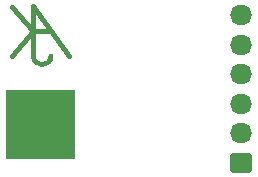
<source format=gbr>
%TF.GenerationSoftware,KiCad,Pcbnew,(6.0.2-0)*%
%TF.CreationDate,2022-03-06T07:27:12+00:00*%
%TF.ProjectId,L86,4c38362e-6b69-4636-9164-5f7063625858,rev?*%
%TF.SameCoordinates,Original*%
%TF.FileFunction,Soldermask,Bot*%
%TF.FilePolarity,Negative*%
%FSLAX46Y46*%
G04 Gerber Fmt 4.6, Leading zero omitted, Abs format (unit mm)*
G04 Created by KiCad (PCBNEW (6.0.2-0)) date 2022-03-06 07:27:12*
%MOMM*%
%LPD*%
G01*
G04 APERTURE LIST*
G04 Aperture macros list*
%AMRoundRect*
0 Rectangle with rounded corners*
0 $1 Rounding radius*
0 $2 $3 $4 $5 $6 $7 $8 $9 X,Y pos of 4 corners*
0 Add a 4 corners polygon primitive as box body*
4,1,4,$2,$3,$4,$5,$6,$7,$8,$9,$2,$3,0*
0 Add four circle primitives for the rounded corners*
1,1,$1+$1,$2,$3*
1,1,$1+$1,$4,$5*
1,1,$1+$1,$6,$7*
1,1,$1+$1,$8,$9*
0 Add four rect primitives between the rounded corners*
20,1,$1+$1,$2,$3,$4,$5,0*
20,1,$1+$1,$4,$5,$6,$7,0*
20,1,$1+$1,$6,$7,$8,$9,0*
20,1,$1+$1,$8,$9,$2,$3,0*%
G04 Aperture macros list end*
%ADD10C,0.450000*%
%ADD11RoundRect,0.250000X0.675000X-0.600000X0.675000X0.600000X-0.675000X0.600000X-0.675000X-0.600000X0*%
%ADD12O,1.850000X1.700000*%
G04 APERTURE END LIST*
%TO.C,U2*%
G36*
X102900000Y-105900000D02*
G01*
X97100000Y-105900000D01*
X97100000Y-100100000D01*
X102900000Y-100100000D01*
X102900000Y-105900000D01*
G37*
D10*
%TO.C,Logo1*%
X99400000Y-93000000D02*
X102400000Y-97200000D01*
X97600000Y-93100000D02*
X99400000Y-95100000D01*
X99400000Y-95100000D02*
X100900000Y-95100000D01*
X99400000Y-93000000D02*
X99400000Y-97200000D01*
X99400000Y-95100000D02*
X97600000Y-97200000D01*
X99400000Y-97200000D02*
G75*
G03*
X100900000Y-97200000I750000J0D01*
G01*
%TD*%
D11*
%TO.C,J1*%
X117000000Y-106250000D03*
D12*
X117000000Y-103750000D03*
X117000000Y-101250000D03*
X117000000Y-98750000D03*
X117000000Y-96250000D03*
X117000000Y-93750000D03*
%TD*%
M02*

</source>
